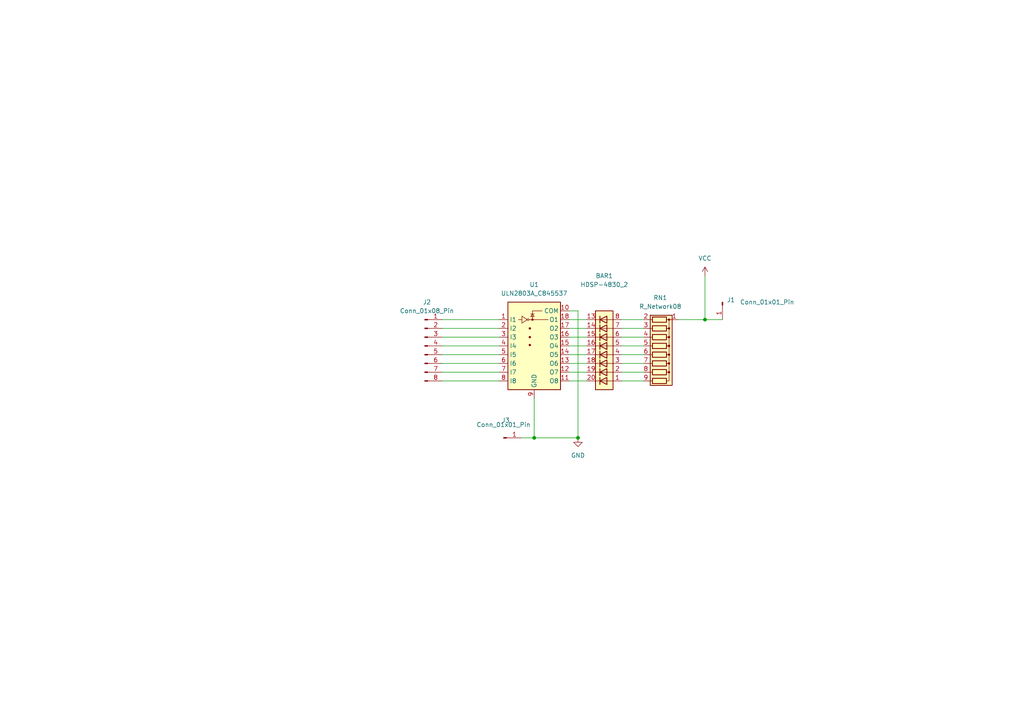
<source format=kicad_sch>
(kicad_sch (version 20250114) (generator "eeschema") (generator_version "9.0")
  (paper "A4")
  (lib_symbols
    (symbol "Connector:Conn_01x01_Pin" (pin_names (offset 1.016) (hide yes))
      (property "Reference" "J" (at 0 2.54 0))
      (property "Value" "Conn_01x01_Pin" (at 0 -2.54 0))
      (symbol "Conn_01x01_Pin_1_1"
        (rectangle (start 0.8636 0.127) (end 0 -0.127) (stroke (width 0.1524)) (fill (type outline)))
        (polyline (pts (xy 1.27 0) (xy 0.8636 0)) (stroke (width 0.1524)))
        (pin passive line (at 5.08 0 180) (length 3.81) (name "Pin_1") (number "1"))
      )
    )
    (symbol "Connector:Conn_01x08_Pin" (pin_names (offset 1.016) (hide yes))
      (property "Reference" "J" (at 0 10.16 0))
      (property "Value" "Conn_01x08_Pin" (at 0 -12.7 0))
      (symbol "Conn_01x08_Pin_1_1"
        (rectangle (start 0.8636 7.747) (end 0 7.493) (stroke (width 0.1524)) (fill (type outline)))
        (rectangle (start 0.8636 5.207) (end 0 4.953) (stroke (width 0.1524)) (fill (type outline)))
        (rectangle (start 0.8636 2.667) (end 0 2.413) (stroke (width 0.1524)) (fill (type outline)))
        (rectangle (start 0.8636 0.127) (end 0 -0.127) (stroke (width 0.1524)) (fill (type outline)))
        (rectangle (start 0.8636 -2.413) (end 0 -2.667) (stroke (width 0.1524)) (fill (type outline)))
        (rectangle (start 0.8636 -4.953) (end 0 -5.207) (stroke (width 0.1524)) (fill (type outline)))
        (rectangle (start 0.8636 -7.493) (end 0 -7.747) (stroke (width 0.1524)) (fill (type outline)))
        (rectangle (start 0.8636 -10.033) (end 0 -10.287) (stroke (width 0.1524)) (fill (type outline)))
        (polyline (pts (xy 1.27 7.62) (xy 0.8636 7.62)) (stroke (width 0.1524)))
        (polyline (pts (xy 1.27 5.08) (xy 0.8636 5.08)) (stroke (width 0.1524)))
        (polyline (pts (xy 1.27 2.54) (xy 0.8636 2.54)) (stroke (width 0.1524)))
        (polyline (pts (xy 1.27 0) (xy 0.8636 0)) (stroke (width 0.1524)))
        (polyline (pts (xy 1.27 -2.54) (xy 0.8636 -2.54)) (stroke (width 0.1524)))
        (polyline (pts (xy 1.27 -5.08) (xy 0.8636 -5.08)) (stroke (width 0.1524)))
        (polyline (pts (xy 1.27 -7.62) (xy 0.8636 -7.62)) (stroke (width 0.1524)))
        (polyline (pts (xy 1.27 -10.16) (xy 0.8636 -10.16)) (stroke (width 0.1524)))
        (pin passive line (at 5.08 7.62 180) (length 3.81) (name "Pin_1") (number "1"))
        (pin passive line (at 5.08 5.08 180) (length 3.81) (name "Pin_2") (number "2"))
        (pin passive line (at 5.08 2.54 180) (length 3.81) (name "Pin_3") (number "3"))
        (pin passive line (at 5.08 0 180) (length 3.81) (name "Pin_4") (number "4"))
        (pin passive line (at 5.08 -2.54 180) (length 3.81) (name "Pin_5") (number "5"))
        (pin passive line (at 5.08 -5.08 180) (length 3.81) (name "Pin_6") (number "6"))
        (pin passive line (at 5.08 -7.62 180) (length 3.81) (name "Pin_7") (number "7"))
        (pin passive line (at 5.08 -10.16 180) (length 3.81) (name "Pin_8") (number "8"))
      )
    )
    (symbol "Device:R_Network08" (pin_names (offset 0) (hide yes))
      (property "Reference" "RN" (at -12.7 0 90))
      (property "Value" "R_Network08" (at 10.16 0 90))
      (symbol "R_Network08_0_1"
        (rectangle (start -11.43 -3.175) (end 8.89 3.175) (stroke (width 0.254)) (fill (type background)))
        (rectangle (start -10.922 1.524) (end -9.398 -2.54) (stroke (width 0.254)))
        (circle (center -10.16 2.286) (radius 0.254) (fill (type outline)))
        (polyline (pts (xy -10.16 1.524) (xy -10.16 2.286) (xy -7.62 2.286) (xy -7.62 1.524)))
        (polyline (pts (xy -10.16 -2.54) (xy -10.16 -3.81)))
        (rectangle (start -8.382 1.524) (end -6.858 -2.54) (stroke (width 0.254)))
        (circle (center -7.62 2.286) (radius 0.254) (fill (type outline)))
        (polyline (pts (xy -7.62 1.524) (xy -7.62 2.286) (xy -5.08 2.286) (xy -5.08 1.524)))
        (polyline (pts (xy -7.62 -2.54) (xy -7.62 -3.81)))
        (rectangle (start -5.842 1.524) (end -4.318 -2.54) (stroke (width 0.254)))
        (circle (center -5.08 2.286) (radius 0.254) (fill (type outline)))
        (polyline (pts (xy -5.08 1.524) (xy -5.08 2.286) (xy -2.54 2.286) (xy -2.54 1.524)))
        (polyline (pts (xy -5.08 -2.54) (xy -5.08 -3.81)))
        (rectangle (start -3.302 1.524) (end -1.778 -2.54) (stroke (width 0.254)))
        (circle (center -2.54 2.286) (radius 0.254) (fill (type outline)))
        (polyline (pts (xy -2.54 1.524) (xy -2.54 2.286) (xy 0 2.286) (xy 0 1.524)))
        (polyline (pts (xy -2.54 -2.54) (xy -2.54 -3.81)))
        (rectangle (start -0.762 1.524) (end 0.762 -2.54) (stroke (width 0.254)))
        (circle (center 0 2.286) (radius 0.254) (fill (type outline)))
        (polyline (pts (xy 0 1.524) (xy 0 2.286) (xy 2.54 2.286) (xy 2.54 1.524)))
        (polyline (pts (xy 0 -2.54) (xy 0 -3.81)))
        (rectangle (start 1.778 1.524) (end 3.302 -2.54) (stroke (width 0.254)))
        (circle (center 2.54 2.286) (radius 0.254) (fill (type outline)))
        (polyline (pts (xy 2.54 1.524) (xy 2.54 2.286) (xy 5.08 2.286) (xy 5.08 1.524)))
        (polyline (pts (xy 2.54 -2.54) (xy 2.54 -3.81)))
        (rectangle (start 4.318 1.524) (end 5.842 -2.54) (stroke (width 0.254)))
        (circle (center 5.08 2.286) (radius 0.254) (fill (type outline)))
        (polyline (pts (xy 5.08 1.524) (xy 5.08 2.286) (xy 7.62 2.286) (xy 7.62 1.524)))
        (polyline (pts (xy 5.08 -2.54) (xy 5.08 -3.81)))
        (rectangle (start 6.858 1.524) (end 8.382 -2.54) (stroke (width 0.254)))
        (polyline (pts (xy 7.62 -2.54) (xy 7.62 -3.81)))
      )
      (symbol "R_Network08_1_1"
        (pin passive line (at -10.16 5.08 270) (length 2.54) (name "common") (number "1"))
        (pin passive line (at -10.16 -5.08 90) (length 1.27) (name "R1") (number "2"))
        (pin passive line (at -7.62 -5.08 90) (length 1.27) (name "R2") (number "3"))
        (pin passive line (at -5.08 -5.08 90) (length 1.27) (name "R3") (number "4"))
        (pin passive line (at -2.54 -5.08 90) (length 1.27) (name "R4") (number "5"))
        (pin passive line (at 0 -5.08 90) (length 1.27) (name "R5") (number "6"))
        (pin passive line (at 2.54 -5.08 90) (length 1.27) (name "R6") (number "7"))
        (pin passive line (at 5.08 -5.08 90) (length 1.27) (name "R7") (number "8"))
        (pin passive line (at 7.62 -5.08 90) (length 1.27) (name "R8") (number "9"))
      )
    )
    (symbol "LED:HDSP-4830_2" (pin_names (offset 1.016) (hide yes))
      (property "Reference" "BAR1" (at 0 -20.32 0))
      (property "Value" "HDSP-4830_2" (at 0 -17.78 0))
      (symbol "HDSP-4830_2_0_1"
        (rectangle (start -2.54 12.7) (end 2.54 -10.16) (stroke (width 0.254)) (fill (type background)))
        (polyline (pts (xy -2.54 10.16) (xy 2.54 10.16)))
        (polyline (pts (xy -2.54 7.62) (xy 2.54 7.62)))
        (polyline (pts (xy -2.54 5.08) (xy 2.54 5.08)))
        (polyline (pts (xy -2.54 0) (xy 2.54 0)))
        (polyline (pts (xy -2.54 -5.08) (xy 2.54 -5.08)))
        (polyline (pts (xy -2.54 -7.62) (xy 2.54 -7.62)))
        (polyline (pts (xy -0.762 11.176) (xy -0.762 9.144) (xy 1.27 10.16) (xy -0.762 11.176)) (stroke (width 0.254)))
        (polyline (pts (xy -0.762 8.636) (xy -0.762 6.604) (xy 1.27 7.62) (xy -0.762 8.636)) (stroke (width 0.254)))
        (polyline (pts (xy -0.762 6.096) (xy -0.762 4.064) (xy 1.27 5.08) (xy -0.762 6.096)) (stroke (width 0.254)))
        (polyline (pts (xy -0.762 3.556) (xy -0.762 1.524) (xy 1.27 2.54) (xy -0.762 3.556)) (stroke (width 0.254)))
        (polyline (pts (xy -0.762 1.016) (xy -0.762 -1.016) (xy 1.27 0) (xy -0.762 1.016)) (stroke (width 0.254)))
        (polyline (pts (xy -0.762 -1.524) (xy -0.762 -3.556) (xy 1.27 -2.54) (xy -0.762 -1.524)) (stroke (width 0.254)))
        (polyline (pts (xy -0.762 -4.064) (xy -0.762 -6.096) (xy 1.27 -5.08) (xy -0.762 -4.064)) (stroke (width 0.254)))
        (polyline (pts (xy -0.762 -6.604) (xy -0.762 -8.636) (xy 1.27 -7.62) (xy -0.762 -6.604)) (stroke (width 0.254)))
        (polyline (pts (xy 1.27 11.176) (xy 1.27 9.144)) (stroke (width 0.254)))
        (polyline (pts (xy 1.27 8.636) (xy 1.27 6.604)) (stroke (width 0.254)))
        (polyline (pts (xy 1.27 6.096) (xy 1.27 4.064)) (stroke (width 0.254)))
        (polyline (pts (xy 1.27 3.556) (xy 1.27 1.524)) (stroke (width 0.254)))
        (polyline (pts (xy 1.27 1.016) (xy 1.27 -1.016)) (stroke (width 0.254)))
        (polyline (pts (xy 1.27 -1.524) (xy 1.27 -3.556)) (stroke (width 0.254)))
        (polyline (pts (xy 1.27 -4.064) (xy 1.27 -6.096)) (stroke (width 0.254)))
        (polyline (pts (xy 1.27 -6.604) (xy 1.27 -8.636)) (stroke (width 0.254)))
        (polyline (pts (xy 2.54 2.54) (xy -2.54 2.54)))
        (polyline (pts (xy 2.54 -2.54) (xy -2.54 -2.54)))
      )
      (symbol "HDSP-4830_2_1_1"
        (pin passive line (at -5.08 10.16 0) (length 2.54) (name "A") (number "1"))
        (pin passive line (at -5.08 7.62 0) (length 2.54) (name "A") (number "2"))
        (pin passive line (at -5.08 5.08 0) (length 2.54) (name "A") (number "3"))
        (pin passive line (at -5.08 2.54 0) (length 2.54) (name "A") (number "4"))
        (pin passive line (at -5.08 0 0) (length 2.54) (name "A") (number "5"))
        (pin passive line (at -5.08 -2.54 0) (length 2.54) (name "A") (number "6"))
        (pin passive line (at -5.08 -5.08 0) (length 2.54) (name "A") (number "7"))
        (pin passive line (at -5.08 -7.62 0) (length 2.54) (name "A") (number "8"))
        (pin passive line (at 5.08 10.16 180) (length 2.54) (name "K") (number "20"))
        (pin passive line (at 5.08 7.62 180) (length 2.54) (name "K") (number "19"))
        (pin passive line (at 5.08 5.08 180) (length 2.54) (name "K") (number "18"))
        (pin passive line (at 5.08 2.54 180) (length 2.54) (name "K") (number "17"))
        (pin passive line (at 5.08 0 180) (length 2.54) (name "K") (number "16"))
        (pin passive line (at 5.08 -2.54 180) (length 2.54) (name "K") (number "15"))
        (pin passive line (at 5.08 -5.08 180) (length 2.54) (name "K") (number "14"))
        (pin passive line (at 5.08 -7.62 180) (length 2.54) (name "K") (number "13"))
      )
    )
    (symbol "Transistor_Array:ULN2803A"
      (property "Reference" "U" (at 0 13.335 0))
      (property "Value" "ULN2803A" (at 0 11.43 0))
      (symbol "ULN2803A_0_1"
        (rectangle (start -7.62 -15.24) (end 7.62 10.16) (stroke (width 0.254)) (fill (type background)))
        (polyline (pts (xy -4.572 5.08) (xy -3.556 5.08)))
        (polyline (pts (xy -3.556 6.096) (xy -3.556 4.064) (xy -2.032 5.08) (xy -3.556 6.096)))
        (circle (center -1.778 5.08) (radius 0.254))
        (polyline (pts (xy -1.524 5.08) (xy 4.064 5.08)))
        (circle (center -1.27 2.54) (radius 0.254) (fill (type outline)))
        (circle (center -1.27 0) (radius 0.254) (fill (type outline)))
        (circle (center -1.27 -2.286) (radius 0.254) (fill (type outline)))
        (circle (center -0.508 5.08) (radius 0.254) (fill (type outline)))
        (polyline (pts (xy -0.508 5.08) (xy -0.508 7.62) (xy 2.286 7.62)))
        (polyline (pts (xy 0 6.731) (xy -1.016 6.731)))
        (polyline (pts (xy 0 5.969) (xy -1.016 5.969) (xy -0.508 6.731) (xy 0 5.969)))
      )
      (symbol "ULN2803A_1_1"
        (pin input line (at -10.16 5.08 0) (length 2.54) (name "I1") (number "1"))
        (pin input line (at -10.16 2.54 0) (length 2.54) (name "I2") (number "2"))
        (pin input line (at -10.16 0 0) (length 2.54) (name "I3") (number "3"))
        (pin input line (at -10.16 -2.54 0) (length 2.54) (name "I4") (number "4"))
        (pin input line (at -10.16 -5.08 0) (length 2.54) (name "I5") (number "5"))
        (pin input line (at -10.16 -7.62 0) (length 2.54) (name "I6") (number "6"))
        (pin input line (at -10.16 -10.16 0) (length 2.54) (name "I7") (number "7"))
        (pin input line (at -10.16 -12.7 0) (length 2.54) (name "I8") (number "8"))
        (pin power_in line (at 0 -17.78 90) (length 2.54) (name "GND") (number "9"))
        (pin passive line (at 10.16 7.62 180) (length 2.54) (name "COM") (number "10"))
        (pin open_collector line (at 10.16 5.08 180) (length 2.54) (name "O1") (number "18"))
        (pin open_collector line (at 10.16 2.54 180) (length 2.54) (name "O2") (number "17"))
        (pin open_collector line (at 10.16 0 180) (length 2.54) (name "O3") (number "16"))
        (pin open_collector line (at 10.16 -2.54 180) (length 2.54) (name "O4") (number "15"))
        (pin open_collector line (at 10.16 -5.08 180) (length 2.54) (name "O5") (number "14"))
        (pin open_collector line (at 10.16 -7.62 180) (length 2.54) (name "O6") (number "13"))
        (pin open_collector line (at 10.16 -10.16 180) (length 2.54) (name "O7") (number "12"))
        (pin open_collector line (at 10.16 -12.7 180) (length 2.54) (name "O8") (number "11"))
      )
    )
    (symbol "power:GND" (power) (pin_names (offset 0))
      (property "Value" "GND" (at 0 -3.81 0))
      (symbol "GND_0_1"
        (polyline (pts (xy 0 0) (xy 0 -1.27) (xy 1.27 -1.27) (xy 0 -2.54) (xy -1.27 -1.27) (xy 0 -1.27)))
      )
      (symbol "GND_1_1"
        (pin power_in line (at 0 0 270) (length 0) (hide yes) (name "GND") (number "1"))
      )
    )
    (symbol "power:VCC" (power) (pin_names (offset 0))
      (property "Value" "VCC" (at 0 3.81 0))
      (symbol "VCC_0_1"
        (polyline (pts (xy -0.762 1.27) (xy 0 2.54)))
        (polyline (pts (xy 0 2.54) (xy 0.762 1.27)))
        (polyline (pts (xy 0 0) (xy 0 2.54)))
      )
      (symbol "VCC_1_1"
        (pin power_in line (at 0 0 90) (length 0) (hide yes) (name "VCC") (number "1"))
      )
    )
  )
  (junction (at 167.64 127))
  (junction (at 154.94 127))
  (junction (at 204.47 92.71))
  (wire (pts (xy 165.1 92.71) (xy 170.18 92.71)))
  (wire (pts (xy 180.34 102.87) (xy 186.69 102.87)))
  (wire (pts (xy 128.27 95.25) (xy 144.78 95.25)))
  (wire (pts (xy 165.1 97.79) (xy 170.18 97.79)))
  (wire (pts (xy 165.1 110.49) (xy 170.18 110.49)))
  (wire (pts (xy 204.47 92.71) (xy 209.55 92.71)))
  (wire (pts (xy 180.34 92.71) (xy 186.69 92.71)))
  (wire (pts (xy 180.34 107.95) (xy 186.69 107.95)))
  (wire (pts (xy 180.34 110.49) (xy 186.69 110.49)))
  (wire (pts (xy 196.85 92.71) (xy 204.47 92.71)))
  (wire (pts (xy 128.27 105.41) (xy 144.78 105.41)))
  (wire (pts (xy 128.27 92.71) (xy 144.78 92.71)))
  (wire (pts (xy 180.34 97.79) (xy 186.69 97.79)))
  (wire (pts (xy 180.34 100.33) (xy 186.69 100.33)))
  (wire (pts (xy 165.1 105.41) (xy 170.18 105.41)))
  (wire (pts (xy 180.34 95.25) (xy 186.69 95.25)))
  (wire (pts (xy 165.1 102.87) (xy 170.18 102.87)))
  (wire (pts (xy 167.64 90.17) (xy 167.64 127)))
  (wire (pts (xy 165.1 90.17) (xy 167.64 90.17)))
  (wire (pts (xy 128.27 97.79) (xy 144.78 97.79)))
  (wire (pts (xy 180.34 105.41) (xy 186.69 105.41)))
  (wire (pts (xy 128.27 110.49) (xy 144.78 110.49)))
  (wire (pts (xy 151.13 127) (xy 154.94 127)))
  (wire (pts (xy 154.94 115.57) (xy 154.94 127)))
  (wire (pts (xy 128.27 107.95) (xy 144.78 107.95)))
  (wire (pts (xy 165.1 100.33) (xy 170.18 100.33)))
  (wire (pts (xy 128.27 100.33) (xy 144.78 100.33)))
  (wire (pts (xy 204.47 92.71) (xy 204.47 80.01)))
  (wire (pts (xy 165.1 95.25) (xy 170.18 95.25)))
  (wire (pts (xy 165.1 107.95) (xy 170.18 107.95)))
  (wire (pts (xy 128.27 102.87) (xy 144.78 102.87)))
  (wire (pts (xy 154.94 127) (xy 167.64 127)))
  (symbol (lib_id "power:VCC") (at 204.47 80.01 0) (unit 1)
    (property "Reference" "#PWR02" (effects (hide yes)))
    (property "Value" "VCC" (at 204.47 74.93 0))
  )
  (symbol (lib_id "LED:HDSP-4830_2") (at 175.26 100.33 180) (unit 1)
    (property "Reference" "BAR1" (at 175.26 80.01 0))
    (property "Value" "HDSP-4830_2" (at 175.26 82.55 0))
    (property "Footprint" "Display:HDSP-4830" (effects (hide yes)))
    (property "Datasheet" "https://docs.broadcom.com/docs/AV02-1798EN" (effects (hide yes)))
  )
  (symbol (lib_id "power:GND") (at 167.64 127 0) (unit 1)
    (property "Reference" "#PWR01" (effects (hide yes)))
    (property "Value" "GND" (at 167.64 132.08 0))
  )
  (symbol (lib_id "Transistor_Array:ULN2803A") (at 154.94 97.79 0) (unit 1)
    (property "Reference" "U1" (at 154.94 82.55 0))
    (property "Value" "ULN2803A_C845537" (at 154.94 85.09 0))
    (property "Footprint" "Package_SO:SOP-18_7x12.5mm_P1.27mm" (effects (hide yes)))
    (property "Datasheet" "http://www.ti.com/lit/ds/symlink/uln2803a.pdf" (effects (hide yes)))
  )
  (symbol (lib_id "Connector:Conn_01x08_Pin") (at 123.19 100.33 0) (unit 1)
    (property "Reference" "J2" (at 123.825 87.63 0))
    (property "Value" "Conn_01x08_Pin" (at 123.825 90.17 0))
    (property "Footprint" "Connector_PinHeader_2.54mm:PinHeader_1x08_P2.54mm_Vertical" (effects (hide yes)))
  )
  (symbol (lib_id "Connector:Conn_01x01_Pin") (at 209.55 87.63 270) (unit 1)
    (property "Reference" "J1" (at 210.82 86.995 90) (effects (justify left)))
    (property "Value" "Conn_01x01_Pin" (at 214.63 87.63 90) (effects (justify left)))
    (property "Footprint" "Connector_PinHeader_2.54mm:PinHeader_1x01_P2.54mm_Vertical" (effects (hide yes)))
  )
  (symbol (lib_id "Device:R_Network08") (at 191.77 102.87 270) (unit 1)
    (property "Reference" "RN1" (at 191.516 86.36 90))
    (property "Value" "R_Network08" (at 191.516 88.9 90))
    (property "Footprint" "Resistor_THT:R_Array_SIP9" (effects (hide yes)))
    (property "Datasheet" "http://www.vishay.com/docs/31509/csc.pdf" (effects (hide yes)))
  )
  (symbol (lib_id "Connector:Conn_01x01_Pin") (at 146.05 127 0) (unit 1)
    (property "Reference" "J3" (at 146.685 121.92 0))
    (property "Value" "Conn_01x01_Pin" (at 146.05 123.19 0))
    (property "Footprint" "Connector_PinHeader_2.54mm:PinHeader_1x01_P2.54mm_Vertical" (effects (hide yes)))
  )
)
</source>
